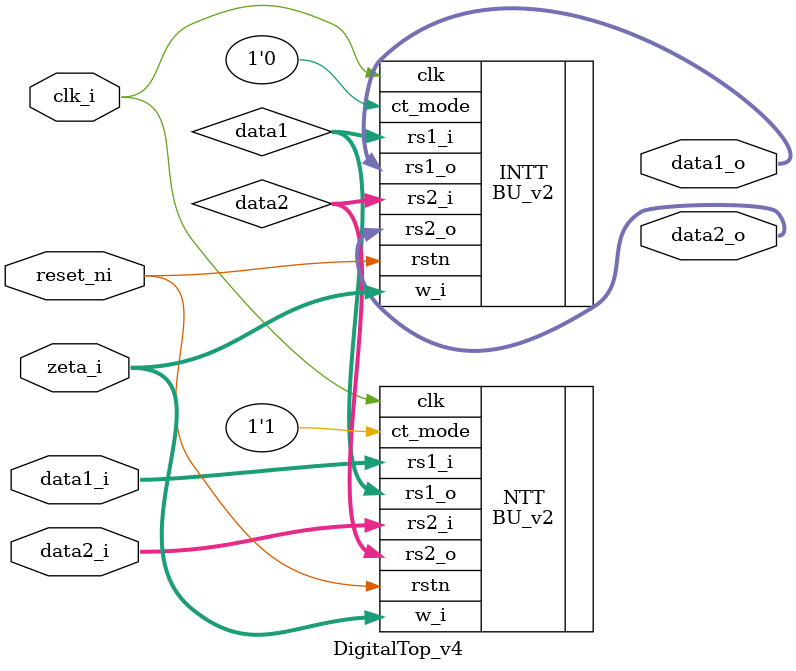
<source format=sv>
module DigitalTop_v4 #(
    parameter DATA_WIDTH = 32     
) (
    input logic reset_ni , clk_i,
    input logic [DATA_WIDTH-1:0] data1_i , data2_i , 
    input logic [DATA_WIDTH-1:0] zeta_i ,

    output logic [DATA_WIDTH-1:0] data2_o , data1_o 
);
    logic [DATA_WIDTH-1:0] data2 , data1 ;

    BU_v2 NTT(
        .clk(clk_i) ,
        .rstn(reset_ni) ,
        .ct_mode(1'b1) ,

        .rs1_i(data1_i) ,
        .rs2_i(data2_i) ,
        .w_i(zeta_i) ,

        .rs1_o(data1) ,
        .rs2_o(data2)
    );
    BU_v2 INTT(
        .clk(clk_i) ,
        .rstn(reset_ni) ,
        .ct_mode(1'b0) ,

        .rs1_i(data1) ,
        .rs2_i(data2) ,
        .w_i(zeta_i) ,

        .rs1_o(data1_o) ,
        .rs2_o(data2_o)
    ) ;

endmodule : DigitalTop_v4
</source>
